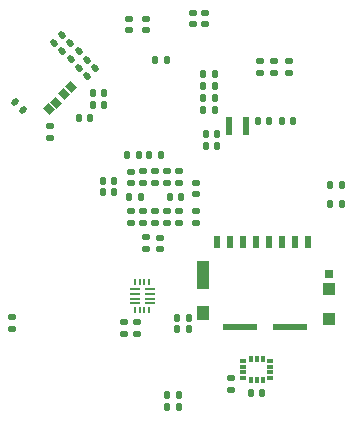
<source format=gbr>
%TF.GenerationSoftware,KiCad,Pcbnew,7.0.1*%
%TF.CreationDate,2023-12-30T02:23:50+00:00*%
%TF.ProjectId,watch_main,77617463-685f-46d6-9169-6e2e6b696361,rev?*%
%TF.SameCoordinates,Original*%
%TF.FileFunction,Paste,Bot*%
%TF.FilePolarity,Positive*%
%FSLAX46Y46*%
G04 Gerber Fmt 4.6, Leading zero omitted, Abs format (unit mm)*
G04 Created by KiCad (PCBNEW 7.0.1) date 2023-12-30 02:23:50*
%MOMM*%
%LPD*%
G01*
G04 APERTURE LIST*
G04 Aperture macros list*
%AMRoundRect*
0 Rectangle with rounded corners*
0 $1 Rounding radius*
0 $2 $3 $4 $5 $6 $7 $8 $9 X,Y pos of 4 corners*
0 Add a 4 corners polygon primitive as box body*
4,1,4,$2,$3,$4,$5,$6,$7,$8,$9,$2,$3,0*
0 Add four circle primitives for the rounded corners*
1,1,$1+$1,$2,$3*
1,1,$1+$1,$4,$5*
1,1,$1+$1,$6,$7*
1,1,$1+$1,$8,$9*
0 Add four rect primitives between the rounded corners*
20,1,$1+$1,$2,$3,$4,$5,0*
20,1,$1+$1,$4,$5,$6,$7,0*
20,1,$1+$1,$6,$7,$8,$9,0*
20,1,$1+$1,$8,$9,$2,$3,0*%
%AMRotRect*
0 Rectangle, with rotation*
0 The origin of the aperture is its center*
0 $1 length*
0 $2 width*
0 $3 Rotation angle, in degrees counterclockwise*
0 Add horizontal line*
21,1,$1,$2,0,0,$3*%
G04 Aperture macros list end*
%ADD10RoundRect,0.140000X-0.170000X0.140000X-0.170000X-0.140000X0.170000X-0.140000X0.170000X0.140000X0*%
%ADD11RoundRect,0.140000X-0.021213X0.219203X-0.219203X0.021213X0.021213X-0.219203X0.219203X-0.021213X0*%
%ADD12RoundRect,0.140000X-0.140000X-0.170000X0.140000X-0.170000X0.140000X0.170000X-0.140000X0.170000X0*%
%ADD13RoundRect,0.140000X0.140000X0.170000X-0.140000X0.170000X-0.140000X-0.170000X0.140000X-0.170000X0*%
%ADD14RoundRect,0.140000X0.170000X-0.140000X0.170000X0.140000X-0.170000X0.140000X-0.170000X-0.140000X0*%
%ADD15RotRect,0.600000X0.800000X45.000000*%
%ADD16RoundRect,0.135000X0.135000X0.185000X-0.135000X0.185000X-0.135000X-0.185000X0.135000X-0.185000X0*%
%ADD17RoundRect,0.135000X-0.135000X-0.185000X0.135000X-0.185000X0.135000X0.185000X-0.135000X0.185000X0*%
%ADD18R,0.533400X0.304800*%
%ADD19R,0.304800X0.533400*%
%ADD20RoundRect,0.135000X0.185000X-0.135000X0.185000X0.135000X-0.185000X0.135000X-0.185000X-0.135000X0*%
%ADD21RoundRect,0.140000X0.219203X0.021213X0.021213X0.219203X-0.219203X-0.021213X-0.021213X-0.219203X0*%
%ADD22R,0.500000X1.000000*%
%ADD23R,0.720000X0.780000*%
%ADD24R,1.050000X1.080000*%
%ADD25R,1.050000X1.105000*%
%ADD26R,1.050000X1.200000*%
%ADD27R,1.050000X2.390000*%
%ADD28R,2.910000X0.550000*%
%ADD29R,0.550000X1.600000*%
%ADD30R,0.900000X0.220000*%
%ADD31R,0.850000X0.220000*%
%ADD32R,0.220000X0.550000*%
G04 APERTURE END LIST*
D10*
%TO.C,C909*%
X152600000Y-93120000D03*
X152600000Y-94080000D03*
%TD*%
D11*
%TO.C,C308*%
X142739411Y-81560589D03*
X142060589Y-82239411D03*
%TD*%
D12*
%TO.C,C206*%
X161320000Y-88900000D03*
X162280000Y-88900000D03*
%TD*%
D13*
%TO.C,C1403*%
X152580000Y-112100000D03*
X151620000Y-112100000D03*
%TD*%
%TO.C,C906*%
X155880000Y-91000000D03*
X154920000Y-91000000D03*
%TD*%
D12*
%TO.C,C310*%
X144120000Y-88600000D03*
X145080000Y-88600000D03*
%TD*%
D14*
%TO.C,C921*%
X149600000Y-97470000D03*
X149600000Y-96510000D03*
%TD*%
D13*
%TO.C,C922*%
X155880000Y-90000000D03*
X154920000Y-90000000D03*
%TD*%
D10*
%TO.C,C403*%
X148000000Y-105920000D03*
X148000000Y-106880000D03*
%TD*%
D14*
%TO.C,C1003*%
X153800000Y-80680000D03*
X153800000Y-79720000D03*
%TD*%
D12*
%TO.C,C912*%
X150120000Y-91700000D03*
X151080000Y-91700000D03*
%TD*%
D10*
%TO.C,C1304*%
X157000000Y-110650000D03*
X157000000Y-111610000D03*
%TD*%
D14*
%TO.C,C908*%
X151600000Y-97480000D03*
X151600000Y-96520000D03*
%TD*%
D10*
%TO.C,C1005*%
X149800000Y-80220000D03*
X149800000Y-81180000D03*
%TD*%
D15*
%TO.C,L301*%
X142917157Y-86582843D03*
X143482843Y-86017157D03*
%TD*%
D16*
%TO.C,R809*%
X153510000Y-106500000D03*
X152490000Y-106500000D03*
%TD*%
D14*
%TO.C,C903*%
X154100000Y-97460000D03*
X154100000Y-96500000D03*
%TD*%
%TO.C,C910*%
X152600000Y-97480000D03*
X152600000Y-96520000D03*
%TD*%
%TO.C,C203*%
X160700000Y-84780000D03*
X160700000Y-83820000D03*
%TD*%
D17*
%TO.C,R806*%
X154690000Y-85900000D03*
X155710000Y-85900000D03*
%TD*%
%TO.C,R805*%
X154690000Y-84900000D03*
X155710000Y-84900000D03*
%TD*%
D10*
%TO.C,C911*%
X148600000Y-93140000D03*
X148600000Y-94100000D03*
%TD*%
%TO.C,C307*%
X141700000Y-89320000D03*
X141700000Y-90280000D03*
%TD*%
D18*
%TO.C,U1301*%
X160330300Y-109149811D03*
X160330300Y-109649937D03*
X160330300Y-110150063D03*
X160330300Y-110650189D03*
D19*
X159700126Y-110789000D03*
X159200000Y-110789000D03*
X158699874Y-110789000D03*
D18*
X158069700Y-110650189D03*
X158069700Y-110150063D03*
X158069700Y-109649937D03*
X158069700Y-109149811D03*
D19*
X158699874Y-109011000D03*
X159200000Y-109011000D03*
X159700126Y-109011000D03*
%TD*%
D16*
%TO.C,R808*%
X166410000Y-94300000D03*
X165390000Y-94300000D03*
%TD*%
D12*
%TO.C,C917*%
X148420000Y-95300000D03*
X149380000Y-95300000D03*
%TD*%
D13*
%TO.C,C904*%
X152780000Y-95300000D03*
X151820000Y-95300000D03*
%TD*%
D11*
%TO.C,C303*%
X143419311Y-82294903D03*
X142740489Y-82973725D03*
%TD*%
D20*
%TO.C,R401*%
X138500000Y-106510000D03*
X138500000Y-105490000D03*
%TD*%
D10*
%TO.C,C905*%
X154100000Y-94100000D03*
X154100000Y-95060000D03*
%TD*%
%TO.C,C1102*%
X149100000Y-105920000D03*
X149100000Y-106880000D03*
%TD*%
D13*
%TO.C,C919*%
X147160000Y-94900000D03*
X146200000Y-94900000D03*
%TD*%
D10*
%TO.C,C901*%
X151000000Y-98740000D03*
X151000000Y-99700000D03*
%TD*%
D13*
%TO.C,C1302*%
X159680000Y-111900000D03*
X158720000Y-111900000D03*
%TD*%
%TO.C,C915*%
X147160000Y-93900000D03*
X146200000Y-93900000D03*
%TD*%
D10*
%TO.C,C920*%
X149800000Y-98720000D03*
X149800000Y-99680000D03*
%TD*%
D14*
%TO.C,C918*%
X148600000Y-97480000D03*
X148600000Y-96520000D03*
%TD*%
%TO.C,C1002*%
X154800000Y-80680000D03*
X154800000Y-79720000D03*
%TD*%
D11*
%TO.C,C309*%
X144139411Y-82960589D03*
X143460589Y-83639411D03*
%TD*%
D16*
%TO.C,R807*%
X166410000Y-95900000D03*
X165390000Y-95900000D03*
%TD*%
D10*
%TO.C,C902*%
X150600000Y-93120000D03*
X150600000Y-94080000D03*
%TD*%
D13*
%TO.C,C1402*%
X152580000Y-113100000D03*
X151620000Y-113100000D03*
%TD*%
%TO.C,C916*%
X149200000Y-91700000D03*
X148240000Y-91700000D03*
%TD*%
D12*
%TO.C,C305*%
X145320000Y-86500000D03*
X146280000Y-86500000D03*
%TD*%
D10*
%TO.C,C1001*%
X148400000Y-80220000D03*
X148400000Y-81180000D03*
%TD*%
D17*
%TO.C,R802*%
X154690000Y-86900000D03*
X155710000Y-86900000D03*
%TD*%
D21*
%TO.C,C311*%
X139449461Y-87922254D03*
X138770639Y-87243432D03*
%TD*%
D14*
%TO.C,C201*%
X161900000Y-84780000D03*
X161900000Y-83820000D03*
%TD*%
D16*
%TO.C,R810*%
X153510000Y-105500000D03*
X152490000Y-105500000D03*
%TD*%
D22*
%TO.C,J1101*%
X163550000Y-99100000D03*
X162450000Y-99100000D03*
X161350000Y-99100000D03*
X160250000Y-99100000D03*
X159150000Y-99100000D03*
X158050000Y-99100000D03*
X156950000Y-99100000D03*
X155850000Y-99100000D03*
D23*
X165310000Y-101780000D03*
D24*
X165325000Y-103050000D03*
D25*
X165325000Y-105612500D03*
D26*
X154675000Y-105090000D03*
D27*
X154675000Y-101905000D03*
D28*
X161986000Y-106335000D03*
X157796000Y-106335000D03*
%TD*%
D11*
%TO.C,C301*%
X144839411Y-83660589D03*
X144160589Y-84339411D03*
%TD*%
D29*
%TO.C,L901*%
X156875000Y-89300000D03*
X158325000Y-89300000D03*
%TD*%
D14*
%TO.C,C907*%
X150600000Y-97480000D03*
X150600000Y-96520000D03*
%TD*%
D15*
%TO.C,L302*%
X141617157Y-87882843D03*
X142182843Y-87317157D03*
%TD*%
D17*
%TO.C,R801*%
X154690000Y-87900000D03*
X155710000Y-87900000D03*
%TD*%
D10*
%TO.C,C914*%
X151600000Y-93120000D03*
X151600000Y-94080000D03*
%TD*%
D12*
%TO.C,C302*%
X145320000Y-87500000D03*
X146280000Y-87500000D03*
%TD*%
D14*
%TO.C,C205*%
X159500000Y-84780000D03*
X159500000Y-83820000D03*
%TD*%
D10*
%TO.C,C913*%
X149600000Y-93120000D03*
X149600000Y-94080000D03*
%TD*%
D13*
%TO.C,C208*%
X160280000Y-88900000D03*
X159320000Y-88900000D03*
%TD*%
%TO.C,C1004*%
X151580000Y-83700000D03*
X150620000Y-83700000D03*
%TD*%
D11*
%TO.C,C312*%
X145529361Y-84377746D03*
X144850539Y-85056568D03*
%TD*%
D30*
%TO.C,IC1101*%
X148900000Y-104300000D03*
D31*
X148875000Y-103900000D03*
X148875000Y-103500000D03*
X148875000Y-103100000D03*
D32*
X148900000Y-102525000D03*
X149300000Y-102525000D03*
X149700000Y-102525000D03*
X150100000Y-102525000D03*
D31*
X150125000Y-103100000D03*
X150125000Y-103500000D03*
X150125000Y-103900000D03*
X150125000Y-104300000D03*
D32*
X150100000Y-104875000D03*
X149700000Y-104875000D03*
X149300000Y-104875000D03*
X148900000Y-104875000D03*
%TD*%
M02*

</source>
